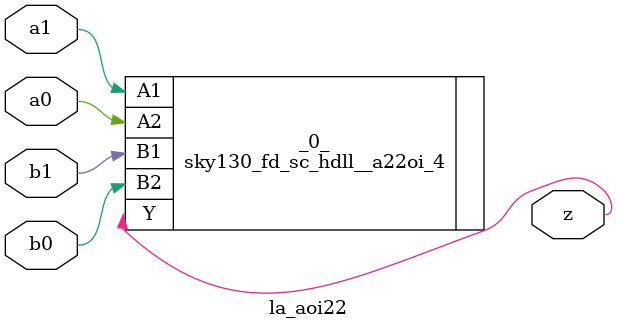
<source format=v>

/* Generated by Yosys 0.44 (git sha1 80ba43d26, g++ 11.4.0-1ubuntu1~22.04 -fPIC -O3) */

(* top =  1  *)
(* src = "generated" *)
module la_aoi22 (
    a0,
    a1,
    b0,
    b1,
    z
);
  (* src = "generated" *)
  input a0;
  wire a0;
  (* src = "generated" *)
  input a1;
  wire a1;
  (* src = "generated" *)
  input b0;
  wire b0;
  (* src = "generated" *)
  input b1;
  wire b1;
  (* src = "generated" *)
  output z;
  wire z;
  sky130_fd_sc_hdll__a22oi_4 _0_ (
      .A1(a1),
      .A2(a0),
      .B1(b1),
      .B2(b0),
      .Y (z)
  );
endmodule

</source>
